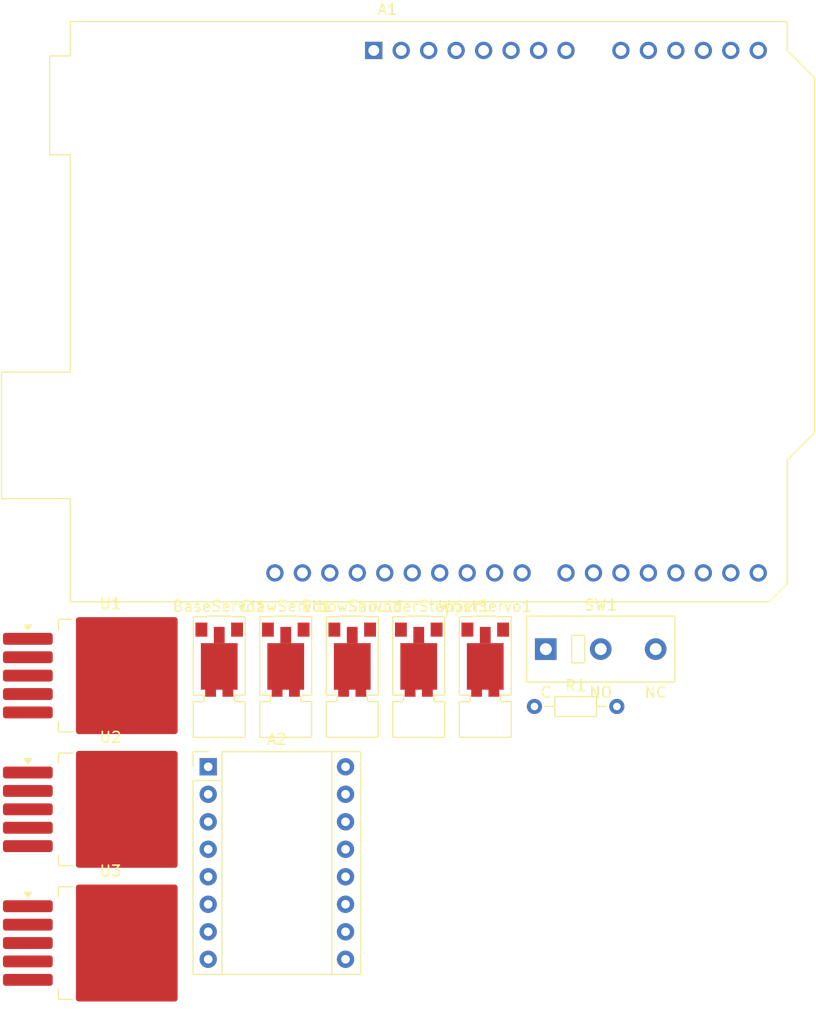
<source format=kicad_pcb>
(kicad_pcb (version 20241229) (generator "pcbnew") (generator_version "9.0")
  (layers (0 "F.Cu" signal) (2 "B.Cu" signal) (13 "F.Paste" user) (15 "B.Paste" user) (5 "F.SilkS" user "F.Silkscreen") (7 "B.SilkS" user "B.Silkscreen") (1 "F.Mask" user) (3 "B.Mask" user) (25 "Edge.Cuts" user))
  (net 0 "")
  (net 1 "Net-(A1-D4)")
  (net 2 "Net-(A1-GND-Pad6)")
  (net 3 "GND1")
  (net 5 "Net-(ElbowServo1-+)")
  (net 7 "+12V")
  (net 13 "Net-(BaseServo1-+)")
  (net 14 "Net-(A1-D10)")
  (net 15 "Net-(A1-D5)")
  (net 16 "Net-(A1-D9)")
  (net 17 "Net-(A2-A2)")
  (net 18 "Net-(A2-A1)")
  (net 19 "Net-(A1-D6)")
  (net 20 "Net-(A1-+5V)")
  (net 21 "Net-(A1-D3)")
  (net 22 "Net-(A2-B1)")
  (net 24 "Net-(A2-B2)")
  (net 27 "Net-(A1-D2)")
  (footprint "Motors:Vybronics_VZ30C1T8219732L" (layer "F.Cu") (at 150.3 114.25)
    (property "Reference" "ShoulderStepper1" (at 0 -6.5 0) (layer "F.SilkS"))
    (property "Value" "Stepper_Motor_bipolar")
    (fp_line (start -2.4 -5.55) (end -1.05 -5.55) (stroke (width 0.12)) (layer "F.SilkS"))
    (fp_line (start -2.4 -5.2) (end -2.4 -5.55) (stroke (width 0.12)) (layer "F.SilkS"))
    (fp_line (start -2.4 1.7) (end -2.4 -5.2) (stroke (width 0.12)) (layer "F.SilkS"))
    (fp_line (start -2.4 2.3) (end -1.4 2.3) (stroke (width 0.12)) (layer "F.SilkS"))
    (fp_line (start -2.4 5.6) (end -2.4 2.3) (stroke (width 0.12)) (layer "F.SilkS"))
    (fp_line (start -1.4 1.7) (end -2.4 1.7) (stroke (width 0.12)) (layer "F.SilkS"))
    (fp_line (start -1.4 2.3) (end -1.4 1.7) (stroke (width 0.12)) (layer "F.SilkS"))
    (fp_line (start -1.05 -5.6) (end 1.05 -5.6) (stroke (width 0.12)) (layer "F.SilkS"))
    (fp_line (start -1.05 -5.55) (end -1.05 -5.6) (stroke (width 0.12)) (layer "F.SilkS"))
    (fp_line (start 1.05 -5.6) (end 1.05 -5.55) (stroke (width 0.12)) (layer "F.SilkS"))
    (fp_line (start 1.05 -5.55) (end 2.4 -5.55) (stroke (width 0.12)) (layer "F.SilkS"))
    (fp_line (start 1.4 1.7) (end 1.4 2.3) (stroke (width 0.12)) (layer "F.SilkS"))
    (fp_line (start 1.4 2.3) (end 2.4 2.3) (stroke (width 0.12)) (layer "F.SilkS"))
    (fp_line (start 2.4 -5.55) (end 2.4 -5.2) (stroke (width 0.12)) (layer "F.SilkS"))
    (fp_line (start 2.4 -5.2) (end 2.4 1.7) (stroke (width 0.12)) (layer "F.SilkS"))
    (fp_line (start 2.4 1.7) (end 1.4 1.7) (stroke (width 0.12)) (layer "F.SilkS"))
    (fp_line (start 2.4 2.3) (end 2.4 5.6) (stroke (width 0.12)) (layer "F.SilkS"))
    (fp_line (start 2.4 5.6) (end -2.4 5.6) (stroke (width 0.12)) (layer "F.SilkS"))
    (pad "1" smd rect (at -1.65 -4.35 270) (size 1.3 1.1) (layers "F.Cu" "F.Mask" "F.Paste") (net 17 "Net-(A2-A2)"))
    (pad "2" smd rect (at 1.65 -4.35 270) (size 1.3 1.1) (layers "F.Cu" "F.Mask" "F.Paste") (net 18 "Net-(A2-A1)"))
    (pad "SH" smd rect (at -0.8 1.525) (size 1 0.65) (layers "F.Cu" "F.Mask" "F.Paste"))
    (pad "SH" smd rect (at 0 -3.85 270) (size 1.5 1) (layers "F.Cu" "F.Mask" "F.Paste"))
    (pad "SH" smd rect (at 0 -0.95 270) (size 4.3 3.4) (layers "F.Cu" "F.Mask"))
    (pad "SH" smd rect (at 0.8 1.525) (size 1 0.65) (layers "F.Cu" "F.Mask" "F.Paste"))
  )
  (footprint "Resistor_THT:R_Axial_DIN0204_L3.6mm_D1.6mm_P7.62mm_Horizontal" (layer "F.Cu") (at 161 117)
    (property "Reference" "R1" (at 3.81 -1.92 0) (layer "F.SilkS"))
    (property "Value" "10K")
    (fp_line (start 0.94 0) (end 1.89 0) (stroke (width 0.12)) (layer "F.SilkS"))
    (fp_line (start 1.89 -0.92) (end 1.89 0.92) (stroke (width 0.12)) (layer "F.SilkS"))
    (fp_line (start 1.89 0.92) (end 5.73 0.92) (stroke (width 0.12)) (layer "F.SilkS"))
    (fp_line (start 5.73 -0.92) (end 1.89 -0.92) (stroke (width 0.12)) (layer "F.SilkS"))
    (fp_line (start 5.73 0.92) (end 5.73 -0.92) (stroke (width 0.12)) (layer "F.SilkS"))
    (fp_line (start 6.68 0) (end 5.73 0) (stroke (width 0.12)) (layer "F.SilkS"))
    (pad "1" thru_hole circle (at 0 0) (size 1.4 1.4) (drill 0.7) (layers "*.Cu" "*.Mask") (net 2 "Net-(A1-GND-Pad6)"))
    (pad "2" thru_hole oval (at 7.62 0) (size 1.4 1.4) (drill 0.7) (layers "*.Cu" "*.Mask") (net 1 "Net-(A1-D4)"))
  )
  (footprint "Module:Arduino_UNO_R3" (layer "F.Cu") (at 146.14 56.4)
    (property "Reference" "A1" (at 1.27 -3.81 180) (layer "F.SilkS"))
    (property "Value" "Arduino_UNO_R3")
    (fp_line (start -34.42 29.72) (end -34.42 41.4) (stroke (width 0.12)) (layer "F.SilkS"))
    (fp_line (start -34.42 41.4) (end -28.07 41.4) (stroke (width 0.12)) (layer "F.SilkS"))
    (fp_line (start -29.97 0.51) (end -29.97 9.65) (stroke (width 0.12)) (layer "F.SilkS"))
    (fp_line (start -29.97 9.65) (end -28.07 9.65) (stroke (width 0.12)) (layer "F.SilkS"))
    (fp_line (start -28.07 -2.67) (end -28.07 0.51) (stroke (width 0.12)) (layer "F.SilkS"))
    (fp_line (start -28.07 0.51) (end -29.97 0.51) (stroke (width 0.12)) (layer "F.SilkS"))
    (fp_line (start -28.07 9.65) (end -28.07 29.72) (stroke (width 0.12)) (layer "F.SilkS"))
    (fp_line (start -28.07 29.72) (end -34.42 29.72) (stroke (width 0.12)) (layer "F.SilkS"))
    (fp_line (start -28.07 41.4) (end -28.07 50.93) (stroke (width 0.12)) (layer "F.SilkS"))
    (fp_line (start -28.07 50.93) (end 36.58 50.93) (stroke (width 0.12)) (layer "F.SilkS"))
    (fp_line (start 36.58 50.93) (end 38.23 49.28) (stroke (width 0.12)) (layer "F.SilkS"))
    (fp_line (start 38.23 -2.67) (end -28.07 -2.67) (stroke (width 0.12)) (layer "F.SilkS"))
    (fp_line (start 38.23 0) (end 38.23 -2.67) (stroke (width 0.12)) (layer "F.SilkS"))
    (fp_line (start 38.23 37.85) (end 40.77 35.31) (stroke (width 0.12)) (layer "F.SilkS"))
    (fp_line (start 38.23 49.28) (end 38.23 37.85) (stroke (width 0.12)) (layer "F.SilkS"))
    (fp_line (start 40.77 2.54) (end 38.23 0) (stroke (width 0.12)) (layer "F.SilkS"))
    (fp_line (start 40.77 35.31) (end 40.77 2.54) (stroke (width 0.12)) (layer "F.SilkS"))
    (pad "1" thru_hole rect (at 0 0 90) (size 1.6 1.6) (drill 1) (layers "*.Cu" "*.Mask"))
    (pad "2" thru_hole oval (at 2.54 0 90) (size 1.6 1.6) (drill 1) (layers "*.Cu" "*.Mask"))
    (pad "3" thru_hole oval (at 5.08 0 90) (size 1.6 1.6) (drill 1) (layers "*.Cu" "*.Mask"))
    (pad "4" thru_hole oval (at 7.62 0 90) (size 1.6 1.6) (drill 1) (layers "*.Cu" "*.Mask"))
    (pad "5" thru_hole oval (at 10.16 0 90) (size 1.6 1.6) (drill 1) (layers "*.Cu" "*.Mask") (net 20 "Net-(A1-+5V)"))
    (pad "6" thru_hole oval (at 12.7 0 90) (size 1.6 1.6) (drill 1) (layers "*.Cu" "*.Mask") (net 2 "Net-(A1-GND-Pad6)"))
    (pad "7" thru_hole oval (at 15.24 0 90) (size 1.6 1.6) (drill 1) (layers "*.Cu" "*.Mask"))
    (pad "8" thru_hole oval (at 17.78 0 90) (size 1.6 1.6) (drill 1) (layers "*.Cu" "*.Mask"))
    (pad "9" thru_hole oval (at 22.86 0 90) (size 1.6 1.6) (drill 1) (layers "*.Cu" "*.Mask"))
    (pad "10" thru_hole oval (at 25.4 0 90) (size 1.6 1.6) (drill 1) (layers "*.Cu" "*.Mask"))
    (pad "11" thru_hole oval (at 27.94 0 90) (size 1.6 1.6) (drill 1) (layers "*.Cu" "*.Mask"))
    (pad "12" thru_hole oval (at 30.48 0 90) (size 1.6 1.6) (drill 1) (layers "*.Cu" "*.Mask"))
    (pad "13" thru_hole oval (at 33.02 0 90) (size 1.6 1.6) (drill 1) (layers "*.Cu" "*.Mask"))
    (pad "14" thru_hole oval (at 35.56 0 90) (size 1.6 1.6) (drill 1) (layers "*.Cu" "*.Mask"))
    (pad "15" thru_hole oval (at 35.56 48.26 90) (size 1.6 1.6) (drill 1) (layers "*.Cu" "*.Mask"))
    (pad "16" thru_hole oval (at 33.02 48.26 90) (size 1.6 1.6) (drill 1) (layers "*.Cu" "*.Mask"))
    (pad "17" thru_hole oval (at 30.48 48.26 90) (size 1.6 1.6) (drill 1) (layers "*.Cu" "*.Mask") (net 27 "Net-(A1-D2)"))
    (pad "18" thru_hole oval (at 27.94 48.26 90) (size 1.6 1.6) (drill 1) (layers "*.Cu" "*.Mask") (net 21 "Net-(A1-D3)"))
    (pad "19" thru_hole oval (at 25.4 48.26 90) (size 1.6 1.6) (drill 1) (layers "*.Cu" "*.Mask") (net 1 "Net-(A1-D4)"))
    (pad "20" thru_hole oval (at 22.86 48.26 90) (size 1.6 1.6) (drill 1) (layers "*.Cu" "*.Mask") (net 15 "Net-(A1-D5)"))
    (pad "21" thru_hole oval (at 20.32 48.26 90) (size 1.6 1.6) (drill 1) (layers "*.Cu" "*.Mask") (net 19 "Net-(A1-D6)"))
    (pad "22" thru_hole oval (at 17.78 48.26 90) (size 1.6 1.6) (drill 1) (layers "*.Cu" "*.Mask"))
    (pad "23" thru_hole oval (at 13.72 48.26 90) (size 1.6 1.6) (drill 1) (layers "*.Cu" "*.Mask"))
    (pad "24" thru_hole oval (at 11.18 48.26 90) (size 1.6 1.6) (drill 1) (layers "*.Cu" "*.Mask") (net 16 "Net-(A1-D9)"))
    (pad "25" thru_hole oval (at 8.64 48.26 90) (size 1.6 1.6) (drill 1) (layers "*.Cu" "*.Mask") (net 14 "Net-(A1-D10)"))
    (pad "26" thru_hole oval (at 6.1 48.26 90) (size 1.6 1.6) (drill 1) (layers "*.Cu" "*.Mask"))
    (pad "27" thru_hole oval (at 3.56 48.26 90) (size 1.6 1.6) (drill 1) (layers "*.Cu" "*.Mask"))
    (pad "28" thru_hole oval (at 1.02 48.26 90) (size 1.6 1.6) (drill 1) (layers "*.Cu" "*.Mask"))
    (pad "29" thru_hole oval (at -1.52 48.26 90) (size 1.6 1.6) (drill 1) (layers "*.Cu" "*.Mask"))
    (pad "30" thru_hole oval (at -4.06 48.26 90) (size 1.6 1.6) (drill 1) (layers "*.Cu" "*.Mask"))
    (pad "31" thru_hole oval (at -6.6 48.26 90) (size 1.6 1.6) (drill 1) (layers "*.Cu" "*.Mask"))
    (pad "32" thru_hole oval (at -9.14 48.26 90) (size 1.6 1.6) (drill 1) (layers "*.Cu" "*.Mask"))
  )
  (footprint "Motors:Vybronics_VZ30C1T8219732L" (layer "F.Cu") (at 131.85 114.25)
    (property "Reference" "BaseServo1" (at 0 -6.5 0) (layer "F.SilkS"))
    (property "Value" "Motor_Servo")
    (fp_line (start -2.4 -5.55) (end -1.05 -5.55) (stroke (width 0.12)) (layer "F.SilkS"))
    (fp_line (start -2.4 -5.2) (end -2.4 -5.55) (stroke (width 0.12)) (layer "F.SilkS"))
    (fp_line (start -2.4 1.7) (end -2.4 -5.2) (stroke (width 0.12)) (layer "F.SilkS"))
    (fp_line (start -2.4 2.3) (end -1.4 2.3) (stroke (width 0.12)) (layer "F.SilkS"))
    (fp_line (start -2.4 5.6) (end -2.4 2.3) (stroke (width 0.12)) (layer "F.SilkS"))
    (fp_line (start -1.4 1.7) (end -2.4 1.7) (stroke (width 0.12)) (layer "F.SilkS"))
    (fp_line (start -1.4 2.3) (end -1.4 1.7) (stroke (width 0.12)) (layer "F.SilkS"))
    (fp_line (start -1.05 -5.6) (end 1.05 -5.6) (stroke (width 0.12)) (layer "F.SilkS"))
    (fp_line (start -1.05 -5.55) (end -1.05 -5.6) (stroke (width 0.12)) (layer "F.SilkS"))
    (fp_line (start 1.05 -5.6) (end 1.05 -5.55) (stroke (width 0.12)) (layer "F.SilkS"))
    (fp_line (start 1.05 -5.55) (end 2.4 -5.55) (stroke (width 0.12)) (layer "F.SilkS"))
    (fp_line (start 1.4 1.7) (end 1.4 2.3) (stroke (width 0.12)) (layer "F.SilkS"))
    (fp_line (start 1.4 2.3) (end 2.4 2.3) (stroke (width 0.12)) (layer "F.SilkS"))
    (fp_line (start 2.4 -5.55) (end 2.4 -5.2) (stroke (width 0.12)) (layer "F.SilkS"))
    (fp_line (start 2.4 -5.2) (end 2.4 1.7) (stroke (width 0.12)) (layer "F.SilkS"))
    (fp_line (start 2.4 1.7) (end 1.4 1.7) (stroke (width 0.12)) (layer "F.SilkS"))
    (fp_line (start 2.4 2.3) (end 2.4 5.6) (stroke (width 0.12)) (layer "F.SilkS"))
    (fp_line (start 2.4 5.6) (end -2.4 5.6) (stroke (width 0.12)) (layer "F.SilkS"))
    (pad "1" smd rect (at -1.65 -4.35 270) (size 1.3 1.1) (layers "F.Cu" "F.Mask" "F.Paste") (net 14 "Net-(A1-D10)"))
    (pad "2" smd rect (at 1.65 -4.35 270) (size 1.3 1.1) (layers "F.Cu" "F.Mask" "F.Paste") (net 13 "Net-(BaseServo1-+)"))
    (pad "SH" smd rect (at -0.8 1.525) (size 1 0.65) (layers "F.Cu" "F.Mask" "F.Paste"))
    (pad "SH" smd rect (at 0 -3.85 270) (size 1.5 1) (layers "F.Cu" "F.Mask" "F.Paste"))
    (pad "SH" smd rect (at 0 -0.95 270) (size 4.3 3.4) (layers "F.Cu" "F.Mask"))
    (pad "SH" smd rect (at 0.8 1.525) (size 1 0.65) (layers "F.Cu" "F.Mask" "F.Paste"))
  )
  (footprint "Button_Switch_THT:SW_XKB_DM1-16UP-1" (layer "F.Cu") (at 162.05 111.7)
    (property "Reference" "SW1" (at 5.08 -4.064 0) (layer "F.SilkS"))
    (property "Value" "SW_Push")
    (fp_rect (start 2.4 -1.27) (end 3.6 1.27) (stroke (width 0.12)) (fill no) (layer "F.SilkS"))
    (fp_rect (start 11.938 -3.048) (end -1.778 3.048) (stroke (width 0.12)) (fill no) (layer "F.SilkS"))
    (fp_text user "NC" (at 10.16 4 0) (layer "F.SilkS"))
    (fp_text user "C" (at 0 4 0) (layer "F.SilkS"))
    (fp_text user "NO" (at 5.08 4 0) (layer "F.SilkS"))
    (pad "1" thru_hole rect (at 0 0) (size 2 2) (drill 1.1) (layers "*.Cu" "*.Mask") (net 20 "Net-(A1-+5V)"))
    (pad "2" thru_hole circle (at 5.08 0) (size 2 2) (drill 1.1) (layers "*.Cu" "*.Mask") (net 1 "Net-(A1-D4)"))
    (pad "3" thru_hole circle (at 10.16 0) (size 2 2) (drill 1.1) (layers "*.Cu" "*.Mask"))
  )
  (footprint "Package_TO_SOT_SMD:TO-263-5_TabPin3" (layer "F.Cu") (at 121.8 126.5)
    (property "Reference" "U2" (at 0 -6.65 0) (layer "F.SilkS"))
    (property "Value" "LM2596S-ADJ")
    (fp_line (start -4.825 -5.2) (end -4.825 -4.25) (stroke (width 0.12)) (layer "F.SilkS"))
    (fp_line (start -4.825 5.2) (end -4.825 4.25) (stroke (width 0.12)) (layer "F.SilkS"))
    (fp_line (start -3.46 -5.2) (end -4.825 -5.2) (stroke (width 0.12)) (layer "F.SilkS"))
    (fp_line (start -3.46 5.2) (end -4.825 5.2) (stroke (width 0.12)) (layer "F.SilkS"))
    (fp_poly (pts (xy -7.65 -4.21) (xy -7.99 -4.68) (xy -7.31 -4.68)) (stroke (width 0.12)) (fill yes) (layer "F.SilkS"))
    (pad "1" smd roundrect (at -7.65 -3.4) (size 4.6 1.1) (layers "F.Cu" "F.Mask" "F.Paste") (roundrect_rratio 0.227273) (net 5 "Net-(ElbowServo1-+)"))
    (pad "2" smd roundrect (at -7.65 -1.7) (size 4.6 1.1) (layers "F.Cu" "F.Mask" "F.Paste") (roundrect_rratio 0.227273))
    (pad "3" smd roundrect (at -7.65 0) (size 4.6 1.1) (layers "F.Cu" "F.Mask" "F.Paste") (roundrect_rratio 0.227273) (net 3 "GND1"))
    (pad "3" smd roundrect (at 1.5 0) (size 9.4 10.8) (layers "F.Cu" "F.Mask") (roundrect_rratio 0.026596) (net 3 "GND1"))
    (pad "4" smd roundrect (at -7.65 1.7) (size 4.6 1.1) (layers "F.Cu" "F.Mask" "F.Paste") (roundrect_rratio 0.227273))
    (pad "5" smd roundrect (at -7.65 3.4) (size 4.6 1.1) (layers "F.Cu" "F.Mask" "F.Paste") (roundrect_rratio 0.227273))
  )
  (footprint "Motors:Vybronics_VZ30C1T8219732L" (layer "F.Cu") (at 144.15 114.25)
    (property "Reference" "ElbowServo1" (at 0 -6.5 0) (layer "F.SilkS"))
    (property "Value" "Motor_Servo")
    (fp_line (start -2.4 -5.55) (end -1.05 -5.55) (stroke (width 0.12)) (layer "F.SilkS"))
    (fp_line (start -2.4 -5.2) (end -2.4 -5.55) (stroke (width 0.12)) (layer "F.SilkS"))
    (fp_line (start -2.4 1.7) (end -2.4 -5.2) (stroke (width 0.12)) (layer "F.SilkS"))
    (fp_line (start -2.4 2.3) (end -1.4 2.3) (stroke (width 0.12)) (layer "F.SilkS"))
    (fp_line (start -2.4 5.6) (end -2.4 2.3) (stroke (width 0.12)) (layer "F.SilkS"))
    (fp_line (start -1.4 1.7) (end -2.4 1.7) (stroke (width 0.12)) (layer "F.SilkS"))
    (fp_line (start -1.4 2.3) (end -1.4 1.7) (stroke (width 0.12)) (layer "F.SilkS"))
    (fp_line (start -1.05 -5.6) (end 1.05 -5.6) (stroke (width 0.12)) (layer "F.SilkS"))
    (fp_line (start -1.05 -5.55) (end -1.05 -5.6) (stroke (width 0.12)) (layer "F.SilkS"))
    (fp_line (start 1.05 -5.6) (end 1.05 -5.55) (stroke (width 0.12)) (layer "F.SilkS"))
    (fp_line (start 1.05 -5.55) (end 2.4 -5.55) (stroke (width 0.12)) (layer "F.SilkS"))
    (fp_line (start 1.4 1.7) (end 1.4 2.3) (stroke (width 0.12)) (layer "F.SilkS"))
    (fp_line (start 1.4 2.3) (end 2.4 2.3) (stroke (width 0.12)) (layer "F.SilkS"))
    (fp_line (start 2.4 -5.55) (end 2.4 -5.2) (stroke (width 0.12)) (layer "F.SilkS"))
    (fp_line (start 2.4 -5.2) (end 2.4 1.7) (stroke (width 0.12)) (layer "F.SilkS"))
    (fp_line (start 2.4 1.7) (end 1.4 1.7) (stroke (width 0.12)) (layer "F.SilkS"))
    (fp_line (start 2.4 2.3) (end 2.4 5.6) (stroke (width 0.12)) (layer "F.SilkS"))
    (fp_line (start 2.4 5.6) (end -2.4 5.6) (stroke (width 0.12)) (layer "F.SilkS"))
    (pad "1" smd rect (at -1.65 -4.35 270) (size 1.3 1.1) (layers "F.Cu" "F.Mask" "F.Paste") (net 16 "Net-(A1-D9)"))
    (pad "2" smd rect (at 1.65 -4.35 270) (size 1.3 1.1) (layers "F.Cu" "F.Mask" "F.Paste") (net 5 "Net-(ElbowServo1-+)"))
    (pad "SH" smd rect (at -0.8 1.525) (size 1 0.65) (layers "F.Cu" "F.Mask" "F.Paste"))
    (pad "SH" smd rect (at 0 -3.85 270) (size 1.5 1) (layers "F.Cu" "F.Mask" "F.Paste"))
    (pad "SH" smd rect (at 0 -0.95 270) (size 4.3 3.4) (layers "F.Cu" "F.Mask"))
    (pad "SH" smd rect (at 0.8 1.525) (size 1 0.65) (layers "F.Cu" "F.Mask" "F.Paste"))
  )
  (footprint "Motors:Vybronics_VZ30C1T8219732L" (layer "F.Cu") (at 156.45 114.25)
    (property "Reference" "WristServo1" (at 0 -6.5 0) (layer "F.SilkS"))
    (property "Value" "Motor_Servo")
    (fp_line (start -2.4 -5.55) (end -1.05 -5.55) (stroke (width 0.12)) (layer "F.SilkS"))
    (fp_line (start -2.4 -5.2) (end -2.4 -5.55) (stroke (width 0.12)) (layer "F.SilkS"))
    (fp_line (start -2.4 1.7) (end -2.4 -5.2) (stroke (width 0.12)) (layer "F.SilkS"))
    (fp_line (start -2.4 2.3) (end -1.4 2.3) (stroke (width 0.12)) (layer "F.SilkS"))
    (fp_line (start -2.4 5.6) (end -2.4 2.3) (stroke (width 0.12)) (layer "F.SilkS"))
    (fp_line (start -1.4 1.7) (end -2.4 1.7) (stroke (width 0.12)) (layer "F.SilkS"))
    (fp_line (start -1.4 2.3) (end -1.4 1.7) (stroke (width 0.12)) (layer "F.SilkS"))
    (fp_line (start -1.05 -5.6) (end 1.05 -5.6) (stroke (width 0.12)) (layer "F.SilkS"))
    (fp_line (start -1.05 -5.55) (end -1.05 -5.6) (stroke (width 0.12)) (layer "F.SilkS"))
    (fp_line (start 1.05 -5.6) (end 1.05 -5.55) (stroke (width 0.12)) (layer "F.SilkS"))
    (fp_line (start 1.05 -5.55) (end 2.4 -5.55) (stroke (width 0.12)) (layer "F.SilkS"))
    (fp_line (start 1.4 1.7) (end 1.4 2.3) (stroke (width 0.12)) (layer "F.SilkS"))
    (fp_line (start 1.4 2.3) (end 2.4 2.3) (stroke (width 0.12)) (layer "F.SilkS"))
    (fp_line (start 2.4 -5.55) (end 2.4 -5.2) (stroke (width 0.12)) (layer "F.SilkS"))
    (fp_line (start 2.4 -5.2) (end 2.4 1.7) (stroke (width 0.12)) (layer "F.SilkS"))
    (fp_line (start 2.4 1.7) (end 1.4 1.7) (stroke (width 0.12)) (layer "F.SilkS"))
    (fp_line (start 2.4 2.3) (end 2.4 5.6) (stroke (width 0.12)) (layer "F.SilkS"))
    (fp_line (start 2.4 5.6) (end -2.4 5.6) (stroke (width 0.12)) (layer "F.SilkS"))
    (pad "1" smd rect (at -1.65 -4.35 270) (size 1.3 1.1) (layers "F.Cu" "F.Mask" "F.Paste") (net 19 "Net-(A1-D6)"))
    (pad "2" smd rect (at 1.65 -4.35 270) (size 1.3 1.1) (layers "F.Cu" "F.Mask" "F.Paste") (net 13 "Net-(BaseServo1-+)"))
    (pad "SH" smd rect (at -0.8 1.525) (size 1 0.65) (layers "F.Cu" "F.Mask" "F.Paste"))
    (pad "SH" smd rect (at 0 -3.85 270) (size 1.5 1) (layers "F.Cu" "F.Mask" "F.Paste"))
    (pad "SH" smd rect (at 0 -0.95 270) (size 4.3 3.4) (layers "F.Cu" "F.Mask"))
    (pad "SH" smd rect (at 0.8 1.525) (size 1 0.65) (layers "F.Cu" "F.Mask" "F.Paste"))
  )
  (footprint "Module:Pololu_Breakout-16_15.2x20.3mm" (layer "F.Cu") (at 130.83 122.57)
    (property "Reference" "A2" (at 6.35 -2.54 0) (layer "F.SilkS"))
    (property "Value" "Pololu_Breakout_DRV8825")
    (fp_line (start -1.4 -1.4) (end -1.4 0) (stroke (width 0.12)) (layer "F.SilkS"))
    (fp_line (start -1.4 1.27) (end -1.4 19.18) (stroke (width 0.12)) (layer "F.SilkS"))
    (fp_line (start -1.4 19.18) (end 14.1 19.18) (stroke (width 0.12)) (layer "F.SilkS"))
    (fp_line (start 0 -1.4) (end -1.4 -1.4) (stroke (width 0.12)) (layer "F.SilkS"))
    (fp_line (start 1.27 -1.4) (end 1.27 1.27) (stroke (width 0.12)) (layer "F.SilkS"))
    (fp_line (start 1.27 1.27) (end -1.4 1.27) (stroke (width 0.12)) (layer "F.SilkS"))
    (fp_line (start 1.27 1.27) (end 1.27 19.18) (stroke (width 0.12)) (layer "F.SilkS"))
    (fp_line (start 11.43 -1.4) (end 11.43 19.18) (stroke (width 0.12)) (layer "F.SilkS"))
    (fp_line (start 14.1 -1.4) (end 1.27 -1.4) (stroke (width 0.12)) (layer "F.SilkS"))
    (fp_line (start 14.1 19.18) (end 14.1 -1.4) (stroke (width 0.12)) (layer "F.SilkS"))
    (pad "1" thru_hole rect (at 0 0) (size 1.6 1.6) (drill 0.8) (layers "*.Cu" "*.Mask") (net 2 "Net-(A1-GND-Pad6)"))
    (pad "2" thru_hole oval (at 0 2.54) (size 1.6 1.6) (drill 0.8) (layers "*.Cu" "*.Mask"))
    (pad "3" thru_hole oval (at 0 5.08) (size 1.6 1.6) (drill 0.8) (layers "*.Cu" "*.Mask") (net 17 "Net-(A2-A2)"))
    (pad "4" thru_hole oval (at 0 7.62) (size 1.6 1.6) (drill 0.8) (layers "*.Cu" "*.Mask") (net 18 "Net-(A2-A1)"))
    (pad "5" thru_hole oval (at 0 10.16) (size 1.6 1.6) (drill 0.8) (layers "*.Cu" "*.Mask") (net 22 "Net-(A2-B1)"))
    (pad "6" thru_hole oval (at 0 12.7) (size 1.6 1.6) (drill 0.8) (layers "*.Cu" "*.Mask") (net 24 "Net-(A2-B2)"))
    (pad "7" thru_hole oval (at 0 15.24) (size 1.6 1.6) (drill 0.8) (layers "*.Cu" "*.Mask") (net 3 "GND1"))
    (pad "8" thru_hole oval (at 0 17.78) (size 1.6 1.6) (drill 0.8) (layers "*.Cu" "*.Mask") (net 7 "+12V"))
    (pad "9" thru_hole oval (at 12.7 17.78) (size 1.6 1.6) (drill 0.8) (layers "*.Cu" "*.Mask"))
    (pad "10" thru_hole oval (at 12.7 15.24) (size 1.6 1.6) (drill 0.8) (layers "*.Cu" "*.Mask"))
    (pad "11" thru_hole oval (at 12.7 12.7) (size 1.6 1.6) (drill 0.8) (layers "*.Cu" "*.Mask"))
    (pad "12" thru_hole oval (at 12.7 10.16) (size 1.6 1.6) (drill 0.8) (layers "*.Cu" "*.Mask"))
    (pad "13" thru_hole oval (at 12.7 7.62) (size 1.6 1.6) (drill 0.8) (layers "*.Cu" "*.Mask") (net 20 "Net-(A1-+5V)"))
    (pad "14" thru_hole oval (at 12.7 5.08) (size 1.6 1.6) (drill 0.8) (layers "*.Cu" "*.Mask") (net 20 "Net-(A1-+5V)"))
    (pad "15" thru_hole oval (at 12.7 2.54) (size 1.6 1.6) (drill 0.8) (layers "*.Cu" "*.Mask") (net 21 "Net-(A1-D3)"))
    (pad "16" thru_hole oval (at 12.7 0) (size 1.6 1.6) (drill 0.8) (layers "*.Cu" "*.Mask") (net 27 "Net-(A1-D2)"))
  )
  (footprint "Motors:Vybronics_VZ30C1T8219732L" (layer "F.Cu") (at 138 114.25)
    (property "Reference" "ClawServo1" (at 0 -6.5 0) (layer "F.SilkS"))
    (property "Value" "Motor_Servo")
    (fp_line (start -2.4 -5.55) (end -1.05 -5.55) (stroke (width 0.12)) (layer "F.SilkS"))
    (fp_line (start -2.4 -5.2) (end -2.4 -5.55) (stroke (width 0.12)) (layer "F.SilkS"))
    (fp_line (start -2.4 1.7) (end -2.4 -5.2) (stroke (width 0.12)) (layer "F.SilkS"))
    (fp_line (start -2.4 2.3) (end -1.4 2.3) (stroke (width 0.12)) (layer "F.SilkS"))
    (fp_line (start -2.4 5.6) (end -2.4 2.3) (stroke (width 0.12)) (layer "F.SilkS"))
    (fp_line (start -1.4 1.7) (end -2.4 1.7) (stroke (width 0.12)) (layer "F.SilkS"))
    (fp_line (start -1.4 2.3) (end -1.4 1.7) (stroke (width 0.12)) (layer "F.SilkS"))
    (fp_line (start -1.05 -5.6) (end 1.05 -5.6) (stroke (width 0.12)) (layer "F.SilkS"))
    (fp_line (start -1.05 -5.55) (end -1.05 -5.6) (stroke (width 0.12)) (layer "F.SilkS"))
    (fp_line (start 1.05 -5.6) (end 1.05 -5.55) (stroke (width 0.12)) (layer "F.SilkS"))
    (fp_line (start 1.05 -5.55) (end 2.4 -5.55) (stroke (width 0.12)) (layer "F.SilkS"))
    (fp_line (start 1.4 1.7) (end 1.4 2.3) (stroke (width 0.12)) (layer "F.SilkS"))
    (fp_line (start 1.4 2.3) (end 2.4 2.3) (stroke (width 0.12)) (layer "F.SilkS"))
    (fp_line (start 2.4 -5.55) (end 2.4 -5.2) (stroke (width 0.12)) (layer "F.SilkS"))
    (fp_line (start 2.4 -5.2) (end 2.4 1.7) (stroke (width 0.12)) (layer "F.SilkS"))
    (fp_line (start 2.4 1.7) (end 1.4 1.7) (stroke (width 0.12)) (layer "F.SilkS"))
    (fp_line (start 2.4 2.3) (end 2.4 5.6) (stroke (width 0.12)) (layer "F.SilkS"))
    (fp_line (start 2.4 5.6) (end -2.4 5.6) (stroke (width 0.12)) (layer "F.SilkS"))
    (pad "1" smd rect (at -1.65 -4.35 270) (size 1.3 1.1) (layers "F.Cu" "F.Mask" "F.Paste") (net 15 "Net-(A1-D5)"))
    (pad "2" smd rect (at 1.65 -4.35 270) (size 1.3 1.1) (layers "F.Cu" "F.Mask" "F.Paste") (net 13 "Net-(BaseServo1-+)"))
    (pad "SH" smd rect (at -0.8 1.525) (size 1 0.65) (layers "F.Cu" "F.Mask" "F.Paste"))
    (pad "SH" smd rect (at 0 -3.85 270) (size 1.5 1) (layers "F.Cu" "F.Mask" "F.Paste"))
    (pad "SH" smd rect (at 0 -0.95 270) (size 4.3 3.4) (layers "F.Cu" "F.Mask"))
    (pad "SH" smd rect (at 0.8 1.525) (size 1 0.65) (layers "F.Cu" "F.Mask" "F.Paste"))
  )
  (footprint "Package_TO_SOT_SMD:TO-263-5_TabPin3" (layer "F.Cu") (at 121.8 138.85)
    (property "Reference" "U3" (at 0 -6.65 0) (layer "F.SilkS"))
    (property "Value" "LM2596S-ADJ")
    (fp_line (start -4.825 -5.2) (end -4.825 -4.25) (stroke (width 0.12)) (layer "F.SilkS"))
    (fp_line (start -4.825 5.2) (end -4.825 4.25) (stroke (width 0.12)) (layer "F.SilkS"))
    (fp_line (start -3.46 -5.2) (end -4.825 -5.2) (stroke (width 0.12)) (layer "F.SilkS"))
    (fp_line (start -3.46 5.2) (end -4.825 5.2) (stroke (width 0.12)) (layer "F.SilkS"))
    (fp_poly (pts (xy -7.65 -4.21) (xy -7.99 -4.68) (xy -7.31 -4.68)) (stroke (width 0.12)) (fill yes) (layer "F.SilkS"))
    (pad "1" smd roundrect (at -7.65 -3.4) (size 4.6 1.1) (layers "F.Cu" "F.Mask" "F.Paste") (roundrect_rratio 0.227273) (net 7 "+12V"))
    (pad "2" smd roundrect (at -7.65 -1.7) (size 4.6 1.1) (layers "F.Cu" "F.Mask" "F.Paste") (roundrect_rratio 0.227273) (net 13 "Net-(BaseServo1-+)"))
    (pad "3" smd roundrect (at -7.65 0) (size 4.6 1.1) (layers "F.Cu" "F.Mask" "F.Paste") (roundrect_rratio 0.227273) (net 3 "GND1"))
    (pad "3" smd roundrect (at 1.5 0) (size 9.4 10.8) (layers "F.Cu" "F.Mask") (roundrect_rratio 0.026596) (net 3 "GND1"))
    (pad "4" smd roundrect (at -7.65 1.7) (size 4.6 1.1) (layers "F.Cu" "F.Mask" "F.Paste") (roundrect_rratio 0.227273))
    (pad "5" smd roundrect (at -7.65 3.4) (size 4.6 1.1) (layers "F.Cu" "F.Mask" "F.Paste") (roundrect_rratio 0.227273))
  )
  (footprint "Package_TO_SOT_SMD:TO-263-5_TabPin3" (layer "F.Cu") (at 121.8 114.15)
    (property "Reference" "U1" (at 0 -6.65 0) (layer "F.SilkS"))
    (property "Value" "XL4015")
    (fp_line (start -4.825 -5.2) (end -4.825 -4.25) (stroke (width 0.12)) (layer "F.SilkS"))
    (fp_line (start -4.825 5.2) (end -4.825 4.25) (stroke (width 0.12)) (layer "F.SilkS"))
    (fp_line (start -3.46 -5.2) (end -4.825 -5.2) (stroke (width 0.12)) (layer "F.SilkS"))
    (fp_line (start -3.46 5.2) (end -4.825 5.2) (stroke (width 0.12)) (layer "F.SilkS"))
    (fp_poly (pts (xy -7.65 -4.21) (xy -7.99 -4.68) (xy -7.31 -4.68)) (stroke (width 0.12)) (fill yes) (layer "F.SilkS"))
    (pad "1" smd roundrect (at -7.65 -3.4) (size 4.6 1.1) (layers "F.Cu" "F.Mask" "F.Paste") (roundrect_rratio 0.227273) (net 3 "GND1"))
    (pad "2" smd roundrect (at -7.65 -1.7) (size 4.6 1.1) (layers "F.Cu" "F.Mask" "F.Paste") (roundrect_rratio 0.227273))
    (pad "3" smd roundrect (at -7.65 0) (size 4.6 1.1) (layers "F.Cu" "F.Mask" "F.Paste") (roundrect_rratio 0.227273) (net 5 "Net-(ElbowServo1-+)"))
    (pad "3" smd roundrect (at 1.5 0) (size 9.4 10.8) (layers "F.Cu" "F.Mask") (roundrect_rratio 0.026596) (net 5 "Net-(ElbowServo1-+)"))
    (pad "4" smd roundrect (at -7.65 1.7) (size 4.6 1.1) (layers "F.Cu" "F.Mask" "F.Paste") (roundrect_rratio 0.227273))
    (pad "5" smd roundrect (at -7.65 3.4) (size 4.6 1.1) (layers "F.Cu" "F.Mask" "F.Paste") (roundrect_rratio 0.227273) (net 7 "+12V"))
  )
)
</source>
